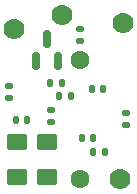
<source format=gts>
%TF.GenerationSoftware,KiCad,Pcbnew,7.0.7*%
%TF.CreationDate,2023-12-15T10:49:53-05:00*%
%TF.ProjectId,Conference Circuit 1214,436f6e66-6572-4656-9e63-652043697263,rev?*%
%TF.SameCoordinates,Original*%
%TF.FileFunction,Soldermask,Top*%
%TF.FilePolarity,Negative*%
%FSLAX46Y46*%
G04 Gerber Fmt 4.6, Leading zero omitted, Abs format (unit mm)*
G04 Created by KiCad (PCBNEW 7.0.7) date 2023-12-15 10:49:53*
%MOMM*%
%LPD*%
G01*
G04 APERTURE LIST*
G04 Aperture macros list*
%AMRoundRect*
0 Rectangle with rounded corners*
0 $1 Rounding radius*
0 $2 $3 $4 $5 $6 $7 $8 $9 X,Y pos of 4 corners*
0 Add a 4 corners polygon primitive as box body*
4,1,4,$2,$3,$4,$5,$6,$7,$8,$9,$2,$3,0*
0 Add four circle primitives for the rounded corners*
1,1,$1+$1,$2,$3*
1,1,$1+$1,$4,$5*
1,1,$1+$1,$6,$7*
1,1,$1+$1,$8,$9*
0 Add four rect primitives between the rounded corners*
20,1,$1+$1,$2,$3,$4,$5,0*
20,1,$1+$1,$4,$5,$6,$7,0*
20,1,$1+$1,$6,$7,$8,$9,0*
20,1,$1+$1,$8,$9,$2,$3,0*%
G04 Aperture macros list end*
%ADD10C,1.200000*%
%ADD11C,1.778000*%
%ADD12RoundRect,0.150000X0.150000X-0.587500X0.150000X0.587500X-0.150000X0.587500X-0.150000X-0.587500X0*%
%ADD13RoundRect,0.250001X-0.624999X0.462499X-0.624999X-0.462499X0.624999X-0.462499X0.624999X0.462499X0*%
%ADD14RoundRect,0.140000X0.170000X-0.140000X0.170000X0.140000X-0.170000X0.140000X-0.170000X-0.140000X0*%
%ADD15RoundRect,0.140000X-0.140000X-0.170000X0.140000X-0.170000X0.140000X0.170000X-0.140000X0.170000X0*%
%ADD16RoundRect,0.135000X0.135000X0.185000X-0.135000X0.185000X-0.135000X-0.185000X0.135000X-0.185000X0*%
%ADD17RoundRect,0.135000X-0.185000X0.135000X-0.185000X-0.135000X0.185000X-0.135000X0.185000X0.135000X0*%
%ADD18RoundRect,0.140000X0.140000X0.170000X-0.140000X0.170000X-0.140000X-0.170000X0.140000X-0.170000X0*%
%ADD19RoundRect,0.135000X0.185000X-0.135000X0.185000X0.135000X-0.185000X0.135000X-0.185000X-0.135000X0*%
%ADD20C,1.600200*%
G04 APERTURE END LIST*
D10*
%TO.C,TP3*%
X151384000Y-91313000D03*
D11*
X151384000Y-91313000D03*
%TD*%
D10*
%TO.C,TP4*%
X160401000Y-104013000D03*
D11*
X160401000Y-104013000D03*
%TD*%
D12*
%TO.C,Q3*%
X153228000Y-94028500D03*
X155128000Y-94028500D03*
X154178000Y-92153500D03*
%TD*%
D13*
%TO.C,Q1*%
X154178000Y-100874500D03*
X154178000Y-103849500D03*
%TD*%
D10*
%TO.C,TP2*%
X155448000Y-90170000D03*
D11*
X155448000Y-90170000D03*
%TD*%
D14*
%TO.C,C3*%
X151003000Y-97127000D03*
X151003000Y-96167000D03*
%TD*%
D13*
%TO.C,Q2*%
X151638000Y-100874500D03*
X151638000Y-103849500D03*
%TD*%
D15*
%TO.C,C4*%
X158016000Y-96393000D03*
X158976000Y-96393000D03*
%TD*%
D16*
%TO.C,R6*%
X155450000Y-95885000D03*
X154430000Y-95885000D03*
%TD*%
D10*
%TO.C,TP1*%
X160655000Y-90805000D03*
D11*
X160655000Y-90805000D03*
%TD*%
D16*
%TO.C,R1*%
X159133000Y-101727000D03*
X158113000Y-101727000D03*
%TD*%
D17*
%TO.C,R4*%
X154559000Y-98169000D03*
X154559000Y-99189000D03*
%TD*%
D15*
%TO.C,C2*%
X151539000Y-99060000D03*
X152499000Y-99060000D03*
%TD*%
D18*
%TO.C,C_B1*%
X156210000Y-97028000D03*
X155250000Y-97028000D03*
%TD*%
D19*
%TO.C,R7*%
X156972000Y-92331000D03*
X156972000Y-91311000D03*
%TD*%
D15*
%TO.C,C1*%
X157127000Y-100584000D03*
X158087000Y-100584000D03*
%TD*%
D19*
%TO.C,R3*%
X160909000Y-99443000D03*
X160909000Y-98423000D03*
%TD*%
D20*
%TO.C,BT1*%
X156965000Y-93987595D03*
X156965000Y-103987595D03*
%TD*%
M02*

</source>
